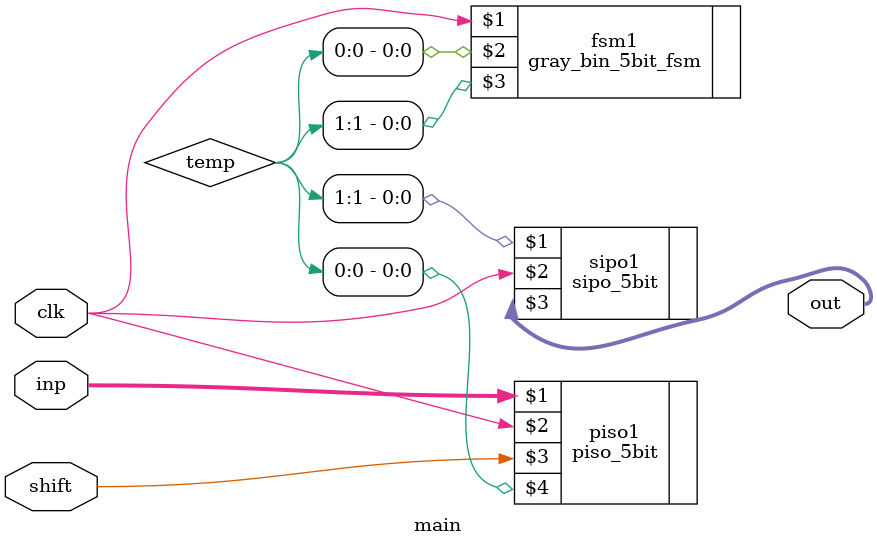
<source format=v>
`timescale 1ns / 1ps

module main(
    input clk, shift,
    input [4:0] inp,
    output [4:0] out
    );
    
    wire [1:0] temp;
    
    piso_5bit piso1(inp, clk, shift, temp[0]);
    gray_bin_5bit_fsm fsm1(clk, temp[0], temp[1]);
    sipo_5bit sipo1(temp[1], clk, out); 
    
endmodule
</source>
